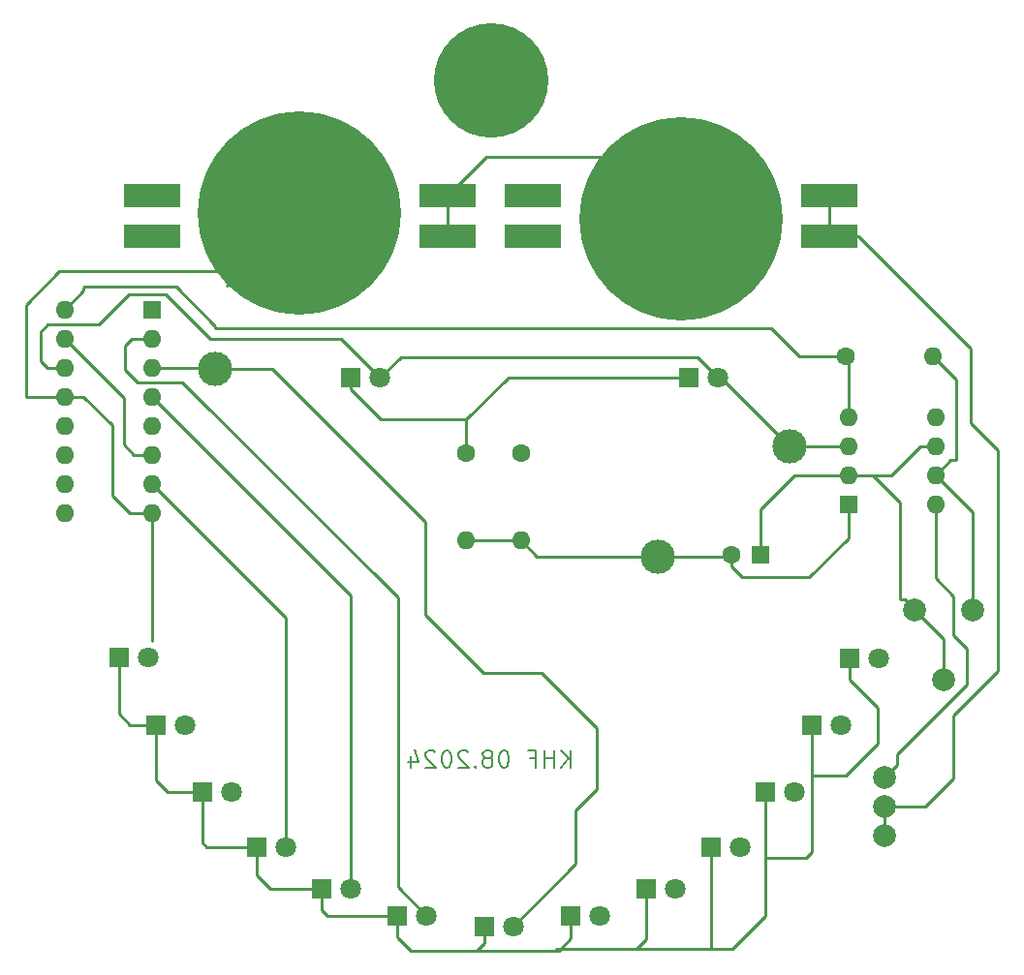
<source format=gbr>
%TF.GenerationSoftware,KiCad,Pcbnew,7.0.8*%
%TF.CreationDate,2024-08-08T21:43:19+02:00*%
%TF.ProjectId,Smiley V8,536d696c-6579-4205-9638-2e6b69636164,rev?*%
%TF.SameCoordinates,Original*%
%TF.FileFunction,Copper,L2,Bot*%
%TF.FilePolarity,Positive*%
%FSLAX46Y46*%
G04 Gerber Fmt 4.6, Leading zero omitted, Abs format (unit mm)*
G04 Created by KiCad (PCBNEW 7.0.8) date 2024-08-08 21:43:19*
%MOMM*%
%LPD*%
G01*
G04 APERTURE LIST*
%ADD10C,0.200000*%
%TA.AperFunction,NonConductor*%
%ADD11C,0.200000*%
%TD*%
%TA.AperFunction,ComponentPad*%
%ADD12R,1.800000X1.800000*%
%TD*%
%TA.AperFunction,ComponentPad*%
%ADD13C,1.800000*%
%TD*%
%TA.AperFunction,SMDPad,CuDef*%
%ADD14C,3.000000*%
%TD*%
%TA.AperFunction,ComponentPad*%
%ADD15R,1.600000X1.600000*%
%TD*%
%TA.AperFunction,ComponentPad*%
%ADD16C,1.600000*%
%TD*%
%TA.AperFunction,ComponentPad*%
%ADD17O,1.600000X1.600000*%
%TD*%
%TA.AperFunction,SMDPad,CuDef*%
%ADD18R,5.000000X2.000000*%
%TD*%
%TA.AperFunction,SMDPad,CuDef*%
%ADD19C,17.780000*%
%TD*%
%TA.AperFunction,ComponentPad*%
%ADD20C,2.000000*%
%TD*%
%TA.AperFunction,SMDPad,CuDef*%
%ADD21C,10.000000*%
%TD*%
%TA.AperFunction,Conductor*%
%ADD22C,0.250000*%
%TD*%
G04 APERTURE END LIST*
D10*
D11*
X85411279Y-112806028D02*
X85411279Y-111306028D01*
X84554136Y-112806028D02*
X85196993Y-111948885D01*
X84554136Y-111306028D02*
X85411279Y-112163171D01*
X83911279Y-112806028D02*
X83911279Y-111306028D01*
X83911279Y-112020314D02*
X83054136Y-112020314D01*
X83054136Y-112806028D02*
X83054136Y-111306028D01*
X81839850Y-112020314D02*
X82339850Y-112020314D01*
X82339850Y-112806028D02*
X82339850Y-111306028D01*
X82339850Y-111306028D02*
X81625564Y-111306028D01*
X79625564Y-111306028D02*
X79482707Y-111306028D01*
X79482707Y-111306028D02*
X79339850Y-111377457D01*
X79339850Y-111377457D02*
X79268422Y-111448885D01*
X79268422Y-111448885D02*
X79196993Y-111591742D01*
X79196993Y-111591742D02*
X79125564Y-111877457D01*
X79125564Y-111877457D02*
X79125564Y-112234600D01*
X79125564Y-112234600D02*
X79196993Y-112520314D01*
X79196993Y-112520314D02*
X79268422Y-112663171D01*
X79268422Y-112663171D02*
X79339850Y-112734600D01*
X79339850Y-112734600D02*
X79482707Y-112806028D01*
X79482707Y-112806028D02*
X79625564Y-112806028D01*
X79625564Y-112806028D02*
X79768422Y-112734600D01*
X79768422Y-112734600D02*
X79839850Y-112663171D01*
X79839850Y-112663171D02*
X79911279Y-112520314D01*
X79911279Y-112520314D02*
X79982707Y-112234600D01*
X79982707Y-112234600D02*
X79982707Y-111877457D01*
X79982707Y-111877457D02*
X79911279Y-111591742D01*
X79911279Y-111591742D02*
X79839850Y-111448885D01*
X79839850Y-111448885D02*
X79768422Y-111377457D01*
X79768422Y-111377457D02*
X79625564Y-111306028D01*
X78268422Y-111948885D02*
X78411279Y-111877457D01*
X78411279Y-111877457D02*
X78482708Y-111806028D01*
X78482708Y-111806028D02*
X78554136Y-111663171D01*
X78554136Y-111663171D02*
X78554136Y-111591742D01*
X78554136Y-111591742D02*
X78482708Y-111448885D01*
X78482708Y-111448885D02*
X78411279Y-111377457D01*
X78411279Y-111377457D02*
X78268422Y-111306028D01*
X78268422Y-111306028D02*
X77982708Y-111306028D01*
X77982708Y-111306028D02*
X77839851Y-111377457D01*
X77839851Y-111377457D02*
X77768422Y-111448885D01*
X77768422Y-111448885D02*
X77696993Y-111591742D01*
X77696993Y-111591742D02*
X77696993Y-111663171D01*
X77696993Y-111663171D02*
X77768422Y-111806028D01*
X77768422Y-111806028D02*
X77839851Y-111877457D01*
X77839851Y-111877457D02*
X77982708Y-111948885D01*
X77982708Y-111948885D02*
X78268422Y-111948885D01*
X78268422Y-111948885D02*
X78411279Y-112020314D01*
X78411279Y-112020314D02*
X78482708Y-112091742D01*
X78482708Y-112091742D02*
X78554136Y-112234600D01*
X78554136Y-112234600D02*
X78554136Y-112520314D01*
X78554136Y-112520314D02*
X78482708Y-112663171D01*
X78482708Y-112663171D02*
X78411279Y-112734600D01*
X78411279Y-112734600D02*
X78268422Y-112806028D01*
X78268422Y-112806028D02*
X77982708Y-112806028D01*
X77982708Y-112806028D02*
X77839851Y-112734600D01*
X77839851Y-112734600D02*
X77768422Y-112663171D01*
X77768422Y-112663171D02*
X77696993Y-112520314D01*
X77696993Y-112520314D02*
X77696993Y-112234600D01*
X77696993Y-112234600D02*
X77768422Y-112091742D01*
X77768422Y-112091742D02*
X77839851Y-112020314D01*
X77839851Y-112020314D02*
X77982708Y-111948885D01*
X77054137Y-112663171D02*
X76982708Y-112734600D01*
X76982708Y-112734600D02*
X77054137Y-112806028D01*
X77054137Y-112806028D02*
X77125565Y-112734600D01*
X77125565Y-112734600D02*
X77054137Y-112663171D01*
X77054137Y-112663171D02*
X77054137Y-112806028D01*
X76411279Y-111448885D02*
X76339851Y-111377457D01*
X76339851Y-111377457D02*
X76196994Y-111306028D01*
X76196994Y-111306028D02*
X75839851Y-111306028D01*
X75839851Y-111306028D02*
X75696994Y-111377457D01*
X75696994Y-111377457D02*
X75625565Y-111448885D01*
X75625565Y-111448885D02*
X75554136Y-111591742D01*
X75554136Y-111591742D02*
X75554136Y-111734600D01*
X75554136Y-111734600D02*
X75625565Y-111948885D01*
X75625565Y-111948885D02*
X76482708Y-112806028D01*
X76482708Y-112806028D02*
X75554136Y-112806028D01*
X74625565Y-111306028D02*
X74482708Y-111306028D01*
X74482708Y-111306028D02*
X74339851Y-111377457D01*
X74339851Y-111377457D02*
X74268423Y-111448885D01*
X74268423Y-111448885D02*
X74196994Y-111591742D01*
X74196994Y-111591742D02*
X74125565Y-111877457D01*
X74125565Y-111877457D02*
X74125565Y-112234600D01*
X74125565Y-112234600D02*
X74196994Y-112520314D01*
X74196994Y-112520314D02*
X74268423Y-112663171D01*
X74268423Y-112663171D02*
X74339851Y-112734600D01*
X74339851Y-112734600D02*
X74482708Y-112806028D01*
X74482708Y-112806028D02*
X74625565Y-112806028D01*
X74625565Y-112806028D02*
X74768423Y-112734600D01*
X74768423Y-112734600D02*
X74839851Y-112663171D01*
X74839851Y-112663171D02*
X74911280Y-112520314D01*
X74911280Y-112520314D02*
X74982708Y-112234600D01*
X74982708Y-112234600D02*
X74982708Y-111877457D01*
X74982708Y-111877457D02*
X74911280Y-111591742D01*
X74911280Y-111591742D02*
X74839851Y-111448885D01*
X74839851Y-111448885D02*
X74768423Y-111377457D01*
X74768423Y-111377457D02*
X74625565Y-111306028D01*
X73554137Y-111448885D02*
X73482709Y-111377457D01*
X73482709Y-111377457D02*
X73339852Y-111306028D01*
X73339852Y-111306028D02*
X72982709Y-111306028D01*
X72982709Y-111306028D02*
X72839852Y-111377457D01*
X72839852Y-111377457D02*
X72768423Y-111448885D01*
X72768423Y-111448885D02*
X72696994Y-111591742D01*
X72696994Y-111591742D02*
X72696994Y-111734600D01*
X72696994Y-111734600D02*
X72768423Y-111948885D01*
X72768423Y-111948885D02*
X73625566Y-112806028D01*
X73625566Y-112806028D02*
X72696994Y-112806028D01*
X71411281Y-111806028D02*
X71411281Y-112806028D01*
X71768423Y-111234600D02*
X72125566Y-112306028D01*
X72125566Y-112306028D02*
X71196995Y-112306028D01*
D12*
%TO.P,D3,1,K*%
%TO.N,Net-(D1-K)*%
X63600000Y-123400000D03*
D13*
%TO.P,D3,2,A*%
%TO.N,Net-(D3-A)*%
X66140000Y-123400000D03*
%TD*%
D12*
%TO.P,D4,1,K*%
%TO.N,Net-(D1-K)*%
X57950000Y-119750000D03*
D13*
%TO.P,D4,2,A*%
%TO.N,Net-(D4-A)*%
X60490000Y-119750000D03*
%TD*%
D12*
%TO.P,D5,1,K*%
%TO.N,Net-(D1-K)*%
X53175000Y-114925000D03*
D13*
%TO.P,D5,2,A*%
%TO.N,Net-(D5-A)*%
X55715000Y-114925000D03*
%TD*%
D12*
%TO.P,D33,1,K*%
%TO.N,Net-(D1-K)*%
X92000000Y-123450000D03*
D13*
%TO.P,D33,2,A*%
%TO.N,Net-(D3-A)*%
X94540000Y-123450000D03*
%TD*%
D12*
%TO.P,D55,1,K*%
%TO.N,Net-(D1-K)*%
X102400000Y-114975000D03*
D13*
%TO.P,D55,2,A*%
%TO.N,Net-(D5-A)*%
X104940000Y-114975000D03*
%TD*%
D12*
%TO.P,D77,1,K*%
%TO.N,Net-(D1-K)*%
X109750000Y-103250000D03*
D13*
%TO.P,D77,2,A*%
%TO.N,Net-(D7-A)*%
X112290000Y-103250000D03*
%TD*%
D12*
%TO.P,D66,1,K*%
%TO.N,Net-(D1-K)*%
X106475000Y-109125000D03*
D13*
%TO.P,D66,2,A*%
%TO.N,Net-(D6-A)*%
X109015000Y-109125000D03*
%TD*%
D12*
%TO.P,D6,1,K*%
%TO.N,Net-(D1-K)*%
X49175000Y-109100000D03*
D13*
%TO.P,D6,2,A*%
%TO.N,Net-(D6-A)*%
X51715000Y-109100000D03*
%TD*%
D12*
%TO.P,D22,1,K*%
%TO.N,Net-(D1-K)*%
X85375000Y-125775000D03*
D13*
%TO.P,D22,2,A*%
%TO.N,Net-(D2-A)*%
X87915000Y-125775000D03*
%TD*%
D12*
%TO.P,D7,1,K*%
%TO.N,Net-(D1-K)*%
X45925000Y-103200000D03*
D13*
%TO.P,D7,2,A*%
%TO.N,Net-(D7-A)*%
X48465000Y-103200000D03*
%TD*%
D14*
%TO.P,,1*%
%TO.N,Net-(U3-GND)*%
X93025000Y-94350000D03*
%TD*%
%TO.P,,1*%
%TO.N,Net-(D1-A)*%
X54325000Y-77950000D03*
%TD*%
D12*
%TO.P,D8,1,K*%
%TO.N,Net-(D8-K)*%
X66200000Y-78725000D03*
D13*
%TO.P,D8,2,A*%
%TO.N,Net-(D8-A)*%
X68740000Y-78725000D03*
%TD*%
D12*
%TO.P,D2,1,K*%
%TO.N,Net-(D1-K)*%
X70265000Y-125750000D03*
D13*
%TO.P,D2,2,A*%
%TO.N,Net-(D2-A)*%
X72805000Y-125750000D03*
%TD*%
D12*
%TO.P,D88,1,K*%
%TO.N,Net-(D8-K)*%
X95725000Y-78675000D03*
D13*
%TO.P,D88,2,A*%
%TO.N,Net-(D8-A)*%
X98265000Y-78675000D03*
%TD*%
D12*
%TO.P,D1,1,K*%
%TO.N,Net-(D1-K)*%
X77850000Y-126700000D03*
D13*
%TO.P,D1,2,A*%
%TO.N,Net-(D1-A)*%
X80390000Y-126700000D03*
%TD*%
D12*
%TO.P,D44,1,K*%
%TO.N,Net-(D1-K)*%
X97675000Y-119800000D03*
D13*
%TO.P,D44,2,A*%
%TO.N,Net-(D4-A)*%
X100215000Y-119800000D03*
%TD*%
D15*
%TO.P,C1,1*%
%TO.N,unconnected-(C1-Pad1)*%
X101950000Y-94200000D03*
D16*
%TO.P,C1,2*%
%TO.N,Net-(U3-GND)*%
X99450000Y-94200000D03*
%TD*%
D15*
%TO.P,U3,1,GND*%
%TO.N,Net-(U3-GND)*%
X109650000Y-89775000D03*
D17*
%TO.P,U3,2,TR*%
%TO.N,unconnected-(C1-Pad1)*%
X109650000Y-87235000D03*
%TO.P,U3,3,Q*%
%TO.N,Net-(D8-A)*%
X109650000Y-84695000D03*
%TO.P,U3,4,R*%
%TO.N,Net-(U3-R)*%
X109650000Y-82155000D03*
%TO.P,U3,5,CV*%
%TO.N,unconnected-(U3-CV-Pad5)*%
X117270000Y-82155000D03*
%TO.P,U3,6,THR*%
%TO.N,unconnected-(C1-Pad1)*%
X117270000Y-84695000D03*
%TO.P,U3,7,DIS*%
%TO.N,Net-(U3-DIS)*%
X117270000Y-87235000D03*
%TO.P,U3,8,VCC*%
%TO.N,Net-(U3-R)*%
X117270000Y-89775000D03*
%TD*%
D18*
%TO.P,U2,*%
%TO.N,Net-(U1-Pad2)*%
X74669000Y-66331000D03*
X74669000Y-62775000D03*
%TO.P,U2,1*%
%TO.N,N/C*%
X48775000Y-66331000D03*
X48775000Y-62775000D03*
D19*
%TO.P,U2,2*%
%TO.N,Net-(U3-GND)*%
X61715000Y-64299000D03*
%TD*%
D18*
%TO.P,U1,*%
%TO.N,*%
X82056000Y-62800000D03*
X82056000Y-66356000D03*
%TO.P,U1,1*%
%TO.N,Net-(S1-E)*%
X107950000Y-62800000D03*
X107950000Y-66356000D03*
D19*
%TO.P,U1,2*%
%TO.N,Net-(U1-Pad2)*%
X95010000Y-64832000D03*
%TD*%
D20*
%TO.P,S1,1,A*%
%TO.N,Net-(U3-R)*%
X112825000Y-113700000D03*
%TO.P,S1,2,E*%
%TO.N,Net-(S1-E)*%
X112825000Y-116240000D03*
%TO.P,S1,3,A*%
X112825000Y-118780000D03*
%TD*%
D16*
%TO.P,R1,1*%
%TO.N,Net-(U3-R)*%
X109455000Y-76825000D03*
D17*
%TO.P,R1,2*%
%TO.N,Net-(U3-DIS)*%
X117075000Y-76825000D03*
%TD*%
D14*
%TO.P,LP,1*%
%TO.N,Net-(D8-A)*%
X104500000Y-84700000D03*
%TD*%
D21*
%TO.P,LP,1*%
%TO.N,N/C*%
X78400000Y-52700000D03*
%TD*%
D20*
%TO.P,R2,1*%
%TO.N,Net-(U3-DIS)*%
X120555000Y-99025000D03*
%TO.P,R2,2*%
%TO.N,unconnected-(C1-Pad1)*%
X115475000Y-99025000D03*
%TO.P,R2,3*%
X118015000Y-105121000D03*
%TD*%
D16*
%TO.P,R3,1*%
%TO.N,Net-(D8-K)*%
X76275000Y-85350000D03*
D17*
%TO.P,R3,2*%
%TO.N,Net-(U3-GND)*%
X76275000Y-92970000D03*
%TD*%
D15*
%TO.P,CD4017,1,Q5*%
%TO.N,Net-(D6-A)*%
X48770000Y-72750000D03*
D17*
%TO.P,CD4017,2,Q1*%
%TO.N,Net-(D2-A)*%
X48770000Y-75290000D03*
%TO.P,CD4017,3,Q0*%
%TO.N,Net-(D1-A)*%
X48770000Y-77830000D03*
%TO.P,CD4017,4,Q2*%
%TO.N,Net-(D3-A)*%
X48770000Y-80370000D03*
%TO.P,CD4017,5,Q6*%
%TO.N,Net-(D7-A)*%
X48770000Y-82910000D03*
%TO.P,CD4017,6,Q7*%
%TO.N,unconnected-(U4-Q7-Pad6)*%
X48770000Y-85450000D03*
%TO.P,CD4017,7,Q3*%
%TO.N,Net-(D4-A)*%
X48770000Y-87990000D03*
%TO.P,CD4017,8,VSS*%
%TO.N,Net-(U3-GND)*%
X48770000Y-90530000D03*
%TO.P,CD4017,9,Q8*%
%TO.N,unconnected-(U4-Q8-Pad9)*%
X41150000Y-90530000D03*
%TO.P,CD4017,10,Q4*%
%TO.N,Net-(D5-A)*%
X41150000Y-87990000D03*
%TO.P,CD4017,11,Q9*%
%TO.N,unconnected-(U4-Q9-Pad11)*%
X41150000Y-85450000D03*
%TO.P,CD4017,12,Cout*%
%TO.N,unconnected-(U4-Cout-Pad12)*%
X41150000Y-82910000D03*
%TO.P,CD4017,13,CKEN*%
%TO.N,Net-(U3-GND)*%
X41150000Y-80370000D03*
%TO.P,CD4017,14,CLK*%
%TO.N,Net-(D8-A)*%
X41150000Y-77830000D03*
%TO.P,CD4017,15,Reset*%
%TO.N,unconnected-(U4-Q7-Pad6)*%
X41150000Y-75290000D03*
%TO.P,CD4017,16,VDD*%
%TO.N,Net-(U3-R)*%
X41150000Y-72750000D03*
%TD*%
D16*
%TO.P,R4,1*%
%TO.N,Net-(D1-K)*%
X81025000Y-85350000D03*
D17*
%TO.P,R4,2*%
%TO.N,Net-(U3-GND)*%
X81025000Y-92970000D03*
%TD*%
D22*
%TO.N,unconnected-(C1-Pad1)*%
X117270000Y-84695000D02*
X115955000Y-84695000D01*
X113415000Y-87235000D02*
X111835000Y-87235000D01*
X118015000Y-101565000D02*
X115475000Y-99025000D01*
X114200000Y-98100000D02*
X114550000Y-98100000D01*
X109650000Y-87235000D02*
X111835000Y-87235000D01*
X109650000Y-87235000D02*
X104965000Y-87235000D01*
X115955000Y-84695000D02*
X113415000Y-87235000D01*
X118015000Y-105121000D02*
X118015000Y-101565000D01*
X114200000Y-89600000D02*
X114200000Y-98100000D01*
X111835000Y-87235000D02*
X114200000Y-89600000D01*
X114550000Y-98100000D02*
X115475000Y-99025000D01*
X101950000Y-90250000D02*
X101950000Y-94200000D01*
X104965000Y-87235000D02*
X101950000Y-90250000D01*
%TO.N,Net-(U3-GND)*%
X45350000Y-89050000D02*
X46830000Y-90530000D01*
X106250000Y-96200000D02*
X100400000Y-96200000D01*
X46830000Y-90530000D02*
X48770000Y-90530000D01*
X41150000Y-80370000D02*
X42820000Y-80370000D01*
X99300000Y-94350000D02*
X99450000Y-94200000D01*
X56614000Y-69400000D02*
X61715000Y-64299000D01*
X45350000Y-82900000D02*
X45350000Y-89050000D01*
X99450000Y-95250000D02*
X99450000Y-94200000D01*
X48770000Y-90530000D02*
X48770000Y-101774332D01*
X109650000Y-92800000D02*
X106250000Y-96200000D01*
X109650000Y-89775000D02*
X109650000Y-92800000D01*
X37770000Y-72330000D02*
X40700000Y-69400000D01*
X42820000Y-80370000D02*
X45350000Y-82900000D01*
X55314000Y-70700000D02*
X61715000Y-64299000D01*
X37770000Y-80370000D02*
X37770000Y-72330000D01*
X82405000Y-94350000D02*
X81025000Y-92970000D01*
X81025000Y-92970000D02*
X76275000Y-92970000D01*
X100400000Y-96200000D02*
X99450000Y-95250000D01*
X93025000Y-94350000D02*
X99300000Y-94350000D01*
X41150000Y-80370000D02*
X37770000Y-80370000D01*
X40700000Y-69400000D02*
X56614000Y-69400000D01*
X93025000Y-94350000D02*
X82405000Y-94350000D01*
%TO.N,Net-(D1-K)*%
X57950000Y-122250000D02*
X59100000Y-123400000D01*
X64100000Y-125750000D02*
X70265000Y-125750000D01*
X77850000Y-128150000D02*
X77850000Y-126700000D01*
X84350000Y-128800000D02*
X84050000Y-128800000D01*
X112250000Y-107600000D02*
X112250000Y-110700000D01*
X70265000Y-127665000D02*
X71400000Y-128800000D01*
X105950000Y-120750000D02*
X102400000Y-120750000D01*
X106475000Y-109125000D02*
X106475000Y-113550000D01*
X77200000Y-128800000D02*
X77850000Y-128150000D01*
X102400000Y-120750000D02*
X102400000Y-125800000D01*
X85375000Y-127775000D02*
X84350000Y-128800000D01*
X53175000Y-119375000D02*
X53550000Y-119750000D01*
X92000000Y-123450000D02*
X92000000Y-127850000D01*
X102400000Y-114975000D02*
X102400000Y-120750000D01*
X63600000Y-123400000D02*
X63600000Y-125250000D01*
X59100000Y-123400000D02*
X63600000Y-123400000D01*
X45925000Y-108125000D02*
X46900000Y-109100000D01*
X90450000Y-128700000D02*
X84150000Y-128700000D01*
X45925000Y-103200000D02*
X45925000Y-108125000D01*
X99525000Y-128675000D02*
X97675000Y-128675000D01*
X50125000Y-114925000D02*
X53175000Y-114925000D01*
X84050000Y-128800000D02*
X76800000Y-128800000D01*
X112250000Y-110700000D02*
X109400000Y-113550000D01*
X53550000Y-119750000D02*
X57950000Y-119750000D01*
X49175000Y-109100000D02*
X49175000Y-113975000D01*
X106475000Y-120225000D02*
X105950000Y-120750000D01*
X85375000Y-125775000D02*
X85375000Y-127775000D01*
X49175000Y-113975000D02*
X50125000Y-114925000D01*
X97675000Y-128675000D02*
X90475000Y-128675000D01*
X84150000Y-128700000D02*
X84050000Y-128800000D01*
X46900000Y-109100000D02*
X49175000Y-109100000D01*
X106475000Y-113550000D02*
X106475000Y-120225000D01*
X70265000Y-125750000D02*
X70265000Y-127665000D01*
X71400000Y-128800000D02*
X76800000Y-128800000D01*
X92000000Y-127850000D02*
X91150000Y-128700000D01*
X102400000Y-125800000D02*
X99525000Y-128675000D01*
X57950000Y-119750000D02*
X57950000Y-122250000D01*
X109750000Y-105100000D02*
X112250000Y-107600000D01*
X53175000Y-114925000D02*
X53175000Y-119375000D01*
X109750000Y-103250000D02*
X109750000Y-105100000D01*
X109400000Y-113550000D02*
X106475000Y-113550000D01*
X63600000Y-125250000D02*
X64100000Y-125750000D01*
X90475000Y-128675000D02*
X90450000Y-128700000D01*
X91150000Y-128700000D02*
X90450000Y-128700000D01*
X76800000Y-128800000D02*
X77200000Y-128800000D01*
X97675000Y-119800000D02*
X97675000Y-128675000D01*
%TO.N,Net-(D1-A)*%
X54205000Y-77830000D02*
X54325000Y-77950000D01*
X85840130Y-121249870D02*
X85840130Y-116559870D01*
X87700000Y-114700000D02*
X87700000Y-109350000D01*
X72700000Y-99450000D02*
X72700000Y-91350000D01*
X85840130Y-116559870D02*
X87700000Y-114700000D01*
X82850000Y-104500000D02*
X77750000Y-104500000D01*
X77750000Y-104500000D02*
X72700000Y-99450000D01*
X59300000Y-77950000D02*
X54325000Y-77950000D01*
X80390000Y-126700000D02*
X85840130Y-121249870D01*
X87700000Y-109350000D02*
X82850000Y-104500000D01*
X48770000Y-77830000D02*
X54205000Y-77830000D01*
X72700000Y-91350000D02*
X59300000Y-77950000D01*
%TO.N,Net-(D2-A)*%
X47060000Y-75290000D02*
X48770000Y-75290000D01*
X70321995Y-123266995D02*
X70321995Y-97971995D01*
X72805000Y-125750000D02*
X70321995Y-123266995D01*
X46450000Y-78050000D02*
X46450000Y-75900000D01*
X46450000Y-75900000D02*
X47060000Y-75290000D01*
X51450000Y-79100000D02*
X47500000Y-79100000D01*
X47500000Y-79100000D02*
X46450000Y-78050000D01*
X70321995Y-97971995D02*
X51450000Y-79100000D01*
%TO.N,Net-(D3-A)*%
X48770000Y-80370000D02*
X66140000Y-97740000D01*
X66140000Y-97740000D02*
X66140000Y-123400000D01*
%TO.N,Net-(D4-A)*%
X60490000Y-99710000D02*
X60490000Y-119750000D01*
X48770000Y-87990000D02*
X60490000Y-99710000D01*
%TO.N,Net-(D8-K)*%
X66200000Y-78725000D02*
X66200000Y-79700000D01*
X76275000Y-82325000D02*
X76275000Y-85350000D01*
X79925000Y-78675000D02*
X76275000Y-82325000D01*
X66200000Y-79700000D02*
X68825000Y-82325000D01*
X68825000Y-82325000D02*
X76275000Y-82325000D01*
X95725000Y-78675000D02*
X79925000Y-78675000D01*
%TO.N,Net-(D8-A)*%
X39700000Y-74050000D02*
X39050000Y-74700000D01*
X96490000Y-76900000D02*
X70565000Y-76900000D01*
X53900000Y-75300000D02*
X50000000Y-71400000D01*
X104505000Y-84695000D02*
X104500000Y-84700000D01*
X68740000Y-78725000D02*
X65315000Y-75300000D01*
X65315000Y-75300000D02*
X53900000Y-75300000D01*
X50000000Y-71400000D02*
X46800000Y-71400000D01*
X70565000Y-76900000D02*
X68740000Y-78725000D01*
X46800000Y-71400000D02*
X44150000Y-74050000D01*
X39050000Y-77250000D02*
X39630000Y-77830000D01*
X98265000Y-78675000D02*
X96490000Y-76900000D01*
X44150000Y-74050000D02*
X39700000Y-74050000D01*
X98475000Y-78675000D02*
X98265000Y-78675000D01*
X39630000Y-77830000D02*
X41150000Y-77830000D01*
X104500000Y-84700000D02*
X98475000Y-78675000D01*
X39050000Y-74700000D02*
X39050000Y-77250000D01*
X109650000Y-84695000D02*
X104505000Y-84695000D01*
%TO.N,Net-(U3-R)*%
X118850000Y-97860000D02*
X118850000Y-101200000D01*
X102900000Y-74400000D02*
X54350000Y-74400000D01*
X42800000Y-70850000D02*
X42800000Y-71100000D01*
X120050000Y-102400000D02*
X120050000Y-105550000D01*
X50900000Y-70800000D02*
X42850000Y-70800000D01*
X109650000Y-77020000D02*
X109455000Y-76825000D01*
X120050000Y-105550000D02*
X113950000Y-111650000D01*
X105325000Y-76825000D02*
X102900000Y-74400000D01*
X117270000Y-89775000D02*
X117270000Y-96280000D01*
X118850000Y-101200000D02*
X120050000Y-102400000D01*
X112825000Y-113700000D02*
X113950000Y-112575000D01*
X117270000Y-96280000D02*
X118850000Y-97860000D01*
X113950000Y-112575000D02*
X113950000Y-111650000D01*
X42850000Y-70800000D02*
X42800000Y-70850000D01*
X42800000Y-71100000D02*
X41150000Y-72750000D01*
X54350000Y-74250000D02*
X50900000Y-70800000D01*
X109455000Y-76825000D02*
X105325000Y-76825000D01*
X54350000Y-74400000D02*
X54350000Y-74250000D01*
X109650000Y-82155000D02*
X109650000Y-77020000D01*
%TO.N,Net-(U3-DIS)*%
X117270000Y-87235000D02*
X120555000Y-90520000D01*
X119100000Y-85950000D02*
X118555000Y-85950000D01*
X117075000Y-76825000D02*
X119100000Y-78850000D01*
X120555000Y-90520000D02*
X120555000Y-99025000D01*
X119100000Y-78850000D02*
X119100000Y-85950000D01*
X118555000Y-85950000D02*
X117270000Y-87235000D01*
%TO.N,Net-(S1-E)*%
X110556000Y-66356000D02*
X120350000Y-76150000D01*
X112825000Y-116240000D02*
X112825000Y-118780000D01*
X107950000Y-62800000D02*
X107950000Y-66356000D01*
X116410000Y-116240000D02*
X112825000Y-116240000D01*
X122750000Y-85100000D02*
X122750000Y-104400000D01*
X122750000Y-104400000D02*
X118850000Y-108300000D01*
X118850000Y-113800000D02*
X116410000Y-116240000D01*
X120350000Y-82700000D02*
X122750000Y-85100000D01*
X120350000Y-76150000D02*
X120350000Y-82700000D01*
X118850000Y-108300000D02*
X118850000Y-113800000D01*
X107950000Y-66356000D02*
X110556000Y-66356000D01*
%TO.N,Net-(U1-Pad2)*%
X89628000Y-59450000D02*
X95010000Y-64832000D01*
X74669000Y-62775000D02*
X77994000Y-59450000D01*
X74669000Y-66331000D02*
X74669000Y-62775000D01*
X77994000Y-59450000D02*
X89628000Y-59450000D01*
%TO.N,unconnected-(U4-Q7-Pad6)*%
X46350000Y-84600000D02*
X47200000Y-85450000D01*
X47200000Y-85450000D02*
X48770000Y-85450000D01*
X41150000Y-75290000D02*
X46350000Y-80490000D01*
X46350000Y-80490000D02*
X46350000Y-84600000D01*
%TD*%
M02*

</source>
